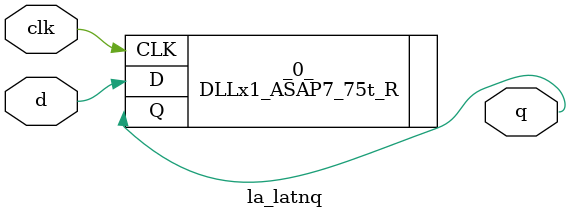
<source format=v>

/* Generated by Yosys 0.40 (git sha1 a1bb0255d, g++ 11.4.0-1ubuntu1~22.04 -fPIC -Os) */

module la_latnq(d, clk, q);
  input clk;
  wire clk;
  input d;
  wire d;
  output q;
  wire q;
  DLLx1_ASAP7_75t_R _0_ (
    .CLK(clk),
    .D(d),
    .Q(q)
  );
endmodule

</source>
